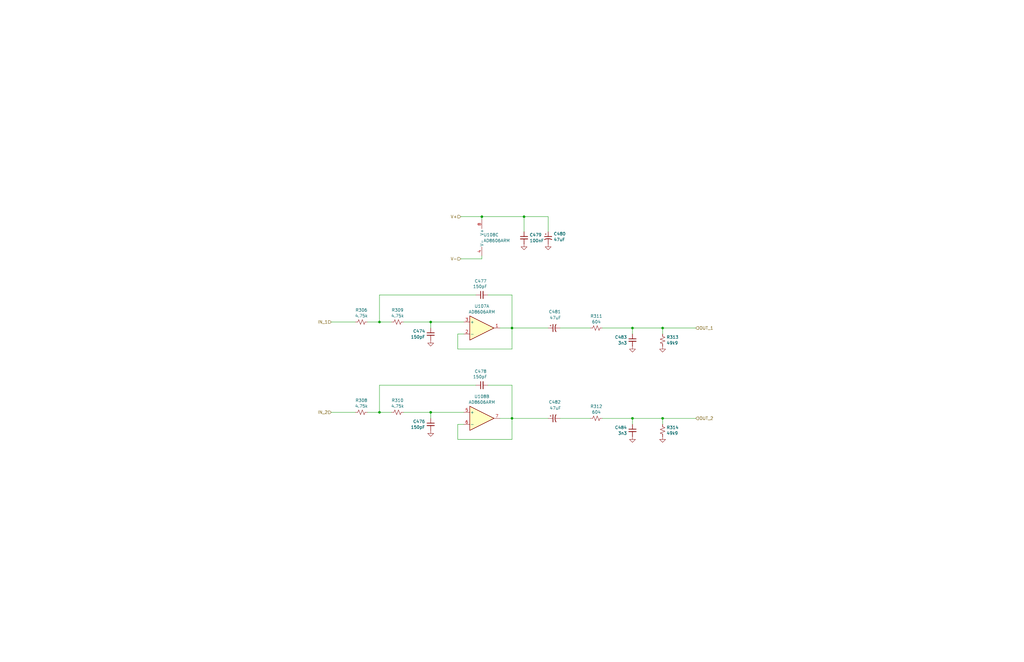
<source format=kicad_sch>
(kicad_sch (version 20250114) (generator "eeschema") (generator_version "9.0")
  (paper "B")
  (lib_symbols
    (symbol "Amplifier_Operational:AD8606ARM" (pin_names (offset 0.127))
      (property "Reference" "U" (at 0 5.08 0))
      (property "Value" "AD8606ARM" (at 0 -5.08 0))
      (symbol "AD8606ARM_1_1"
        (polyline (pts (xy -5.08 5.08) (xy 5.08 0) (xy -5.08 -5.08) (xy -5.08 5.08)) (stroke (width 0.254)) (fill (type background)))
        (pin input line (at -7.62 2.54 0) (length 2.54) (name "+") (number "3"))
        (pin input line (at -7.62 -2.54 0) (length 2.54) (name "-") (number "2"))
        (pin output line (at 7.62 0 180) (length 2.54) (name "~") (number "1"))
      )
      (symbol "AD8606ARM_2_1"
        (polyline (pts (xy -5.08 5.08) (xy 5.08 0) (xy -5.08 -5.08) (xy -5.08 5.08)) (stroke (width 0.254)) (fill (type background)))
        (pin input line (at -7.62 2.54 0) (length 2.54) (name "+") (number "5"))
        (pin input line (at -7.62 -2.54 0) (length 2.54) (name "-") (number "6"))
        (pin output line (at 7.62 0 180) (length 2.54) (name "~") (number "7"))
      )
      (symbol "AD8606ARM_3_1"
        (pin power_in line (at -2.54 7.62 270) (length 3.81) (name "V+") (number "8"))
        (pin power_in line (at -2.54 -7.62 90) (length 3.81) (name "V-") (number "4"))
      )
    )
    (symbol "Device:C_Polarized_Small_US" (pin_numbers (hide yes)) (pin_names (offset 0.254) (hide yes))
      (property "Reference" "C" (at 0.254 1.778 0))
      (property "Value" "C_Polarized_Small_US" (at 0.254 -2.032 0))
      (symbol "C_Polarized_Small_US_0_1"
        (polyline (pts (xy -1.524 0.508) (xy 1.524 0.508)) (stroke (width 0.3048)))
        (polyline (pts (xy -1.27 1.524) (xy -0.762 1.524)))
        (polyline (pts (xy -1.016 1.27) (xy -1.016 1.778)))
        (arc (start -1.524 -0.762) (mid 0 -0.3734) (end 1.524 -0.762) (stroke (width 0.3048)))
      )
      (symbol "C_Polarized_Small_US_1_1"
        (pin passive line (at 0 2.54 270) (length 2.032) (name "~") (number "1"))
        (pin passive line (at 0 -2.54 90) (length 2.032) (name "~") (number "2"))
      )
    )
    (symbol "Device:C_Small" (pin_numbers (hide yes)) (pin_names (offset 0.254) (hide yes))
      (property "Reference" "C" (at 0.254 1.778 0))
      (property "Value" "C_Small" (at 0.254 -2.032 0))
      (symbol "C_Small_0_1"
        (polyline (pts (xy -1.524 0.508) (xy 1.524 0.508)) (stroke (width 0.3048)))
        (polyline (pts (xy -1.524 -0.508) (xy 1.524 -0.508)) (stroke (width 0.3302)))
      )
      (symbol "C_Small_1_1"
        (pin passive line (at 0 2.54 270) (length 2.032) (name "~") (number "1"))
        (pin passive line (at 0 -2.54 90) (length 2.032) (name "~") (number "2"))
      )
    )
    (symbol "Device:R_Small_US" (pin_numbers (hide yes)) (pin_names (offset 0.254) (hide yes))
      (property "Reference" "R" (at 0.762 0.508 0))
      (property "Value" "R_Small_US" (at 0.762 -1.016 0))
      (symbol "R_Small_US_1_1"
        (polyline (pts (xy 0 1.524) (xy 1.016 1.143) (xy 0 0.762) (xy -1.016 0.381) (xy 0 0)))
        (polyline (pts (xy 0 0) (xy 1.016 -0.381) (xy 0 -0.762) (xy -1.016 -1.143) (xy 0 -1.524)))
        (pin passive line (at 0 2.54 270) (length 1.016) (name "~") (number "1"))
        (pin passive line (at 0 -2.54 90) (length 1.016) (name "~") (number "2"))
      )
    )
    (symbol "power:GND" (power) (pin_numbers (hide yes)) (pin_names (offset 0) (hide yes))
      (property "Value" "GND" (at 0 -3.81 0))
      (symbol "GND_0_1"
        (polyline (pts (xy 0 0) (xy 0 -1.27) (xy 1.27 -1.27) (xy 0 -2.54) (xy -1.27 -1.27) (xy 0 -1.27)))
      )
      (symbol "GND_1_1"
        (pin power_in line (at 0 0 270) (length 0) (name "~") (number "1"))
      )
    )
  )
  (junction (at 160.02 135.89))
  (junction (at 279.4 138.43))
  (junction (at 266.7 176.53))
  (junction (at 181.61 135.89))
  (junction (at 215.9 176.53))
  (junction (at 220.98 91.44))
  (junction (at 160.02 173.99))
  (junction (at 181.61 173.99))
  (junction (at 215.9 138.43))
  (junction (at 203.2 91.44))
  (junction (at 266.7 138.43))
  (junction (at 279.4 176.53))
  (wire (pts (xy 193.04 140.97) (xy 195.58 140.97)))
  (wire (pts (xy 165.1 135.89) (xy 160.02 135.89)))
  (wire (pts (xy 200.66 124.46) (xy 160.02 124.46)))
  (wire (pts (xy 215.9 185.42) (xy 193.04 185.42)))
  (wire (pts (xy 160.02 124.46) (xy 160.02 135.89)))
  (wire (pts (xy 279.4 138.43) (xy 293.37 138.43)))
  (wire (pts (xy 266.7 140.97) (xy 266.7 138.43)))
  (wire (pts (xy 266.7 179.07) (xy 266.7 176.53)))
  (wire (pts (xy 194.31 109.22) (xy 203.2 109.22)))
  (wire (pts (xy 193.04 179.07) (xy 195.58 179.07)))
  (wire (pts (xy 254 138.43) (xy 266.7 138.43)))
  (wire (pts (xy 254 176.53) (xy 266.7 176.53)))
  (wire (pts (xy 193.04 147.32) (xy 193.04 140.97)))
  (wire (pts (xy 181.61 176.53) (xy 181.61 173.99)))
  (wire (pts (xy 215.9 138.43) (xy 231.14 138.43)))
  (wire (pts (xy 181.61 173.99) (xy 195.58 173.99)))
  (wire (pts (xy 279.4 176.53) (xy 293.37 176.53)))
  (wire (pts (xy 215.9 162.56) (xy 215.9 176.53)))
  (wire (pts (xy 215.9 176.53) (xy 231.14 176.53)))
  (wire (pts (xy 236.22 176.53) (xy 248.92 176.53)))
  (wire (pts (xy 205.74 162.56) (xy 215.9 162.56)))
  (wire (pts (xy 181.61 138.43) (xy 181.61 135.89)))
  (wire (pts (xy 203.2 109.22) (xy 203.2 107.95)))
  (wire (pts (xy 215.9 124.46) (xy 215.9 138.43)))
  (wire (pts (xy 160.02 135.89) (xy 154.94 135.89)))
  (wire (pts (xy 215.9 176.53) (xy 215.9 185.42)))
  (wire (pts (xy 170.18 173.99) (xy 181.61 173.99)))
  (wire (pts (xy 203.2 91.44) (xy 220.98 91.44)))
  (wire (pts (xy 210.82 138.43) (xy 215.9 138.43)))
  (wire (pts (xy 181.61 135.89) (xy 195.58 135.89)))
  (wire (pts (xy 236.22 138.43) (xy 248.92 138.43)))
  (wire (pts (xy 231.14 91.44) (xy 220.98 91.44)))
  (wire (pts (xy 200.66 162.56) (xy 160.02 162.56)))
  (wire (pts (xy 194.31 91.44) (xy 203.2 91.44)))
  (wire (pts (xy 170.18 135.89) (xy 181.61 135.89)))
  (wire (pts (xy 279.4 140.97) (xy 279.4 138.43)))
  (wire (pts (xy 205.74 124.46) (xy 215.9 124.46)))
  (wire (pts (xy 220.98 91.44) (xy 220.98 97.79)))
  (wire (pts (xy 215.9 147.32) (xy 193.04 147.32)))
  (wire (pts (xy 203.2 91.44) (xy 203.2 92.71)))
  (wire (pts (xy 266.7 176.53) (xy 279.4 176.53)))
  (wire (pts (xy 210.82 176.53) (xy 215.9 176.53)))
  (wire (pts (xy 193.04 185.42) (xy 193.04 179.07)))
  (wire (pts (xy 139.7 173.99) (xy 149.86 173.99)))
  (wire (pts (xy 139.7 135.89) (xy 149.86 135.89)))
  (wire (pts (xy 160.02 173.99) (xy 154.94 173.99)))
  (wire (pts (xy 160.02 162.56) (xy 160.02 173.99)))
  (wire (pts (xy 215.9 138.43) (xy 215.9 147.32)))
  (wire (pts (xy 165.1 173.99) (xy 160.02 173.99)))
  (wire (pts (xy 266.7 138.43) (xy 279.4 138.43)))
  (wire (pts (xy 231.14 91.44) (xy 231.14 97.79)))
  (wire (pts (xy 279.4 179.07) (xy 279.4 176.53)))
  (hierarchical_label "V-" (shape input) (at 194.31 109.22 180))
  (hierarchical_label "V+" (shape input) (at 194.31 91.44 180))
  (hierarchical_label "IN_2" (shape input) (at 139.7 173.99 180))
  (hierarchical_label "OUT_2" (shape input) (at 293.37 176.53 0))
  (hierarchical_label "IN_1" (shape input) (at 139.7 135.89 180))
  (hierarchical_label "OUT_1" (shape input) (at 293.37 138.43 0))
  (symbol (lib_id "Device:C_Polarized_Small_US") (at 233.68 176.53 90) (mirror x) (unit 1)
    (property "Reference" "C482" (at 233.934 169.672 90))
    (property "Value" "47uF" (at 234.188 172.212 90))
    (property "Description" "Polarized capacitor, small US symbol" (effects (hide yes)))
    (instances (project "PilotAudioPanel" (path "" (reference "C482") (unit 1)) (path "" (reference "C470") (unit 1)) (path "" (reference "C559") (unit 1)) (path "" (reference "C558") (unit 1)) (path "" (reference "C517") (unit 1)) (path "" (reference "C516") (unit 1))))
  )
  (symbol (lib_id "Device:R_Small_US") (at 167.64 173.99 90) (unit 1)
    (property "Reference" "R310" (at 167.64 168.9565 90))
    (property "Value" "4.75k" (at 167.64 171.3808 90))
    (property "Description" "Resistor, small US symbol" (effects (hide yes)))
    (instances (project "PilotAudioPanel" (path "" (reference "R310") (unit 1)) (path "" (reference "R303") (unit 1)) (path "" (reference "R351") (unit 1)) (path "" (reference "R350") (unit 1)) (path "" (reference "R328") (unit 1)) (path "" (reference "R327") (unit 1))))
  )
  (symbol (lib_id "Device:R_Small_US") (at 167.64 135.89 90) (unit 1)
    (property "Reference" "R309" (at 167.64 130.8565 90))
    (property "Value" "4.75k" (at 167.64 133.2808 90))
    (property "Description" "Resistor, small US symbol" (effects (hide yes)))
    (instances (project "PilotAudioPanel" (path "" (reference "R309") (unit 1)) (path "" (reference "R299") (unit 1)) (path "" (reference "R348") (unit 1)) (path "" (reference "R349") (unit 1)) (path "" (reference "R325") (unit 1)) (path "" (reference "R326") (unit 1))))
  )
  (symbol (lib_id "power:GND") (at 181.61 143.51 0) (unit 1)
    (property "Reference" "#PWR0635" (effects (hide yes)))
    (property "Value" "GND" (effects (hide yes)))
    (property "Description" "Power symbol creates a global label with name \"GND\" , ground" (effects (hide yes)))
    (instances (project "PilotAudioPanel" (path "" (reference "#PWR0635") (unit 1)) (path "" (reference "#PWR0626") (unit 1)) (path "" (reference "#PWR0712") (unit 1)) (path "" (reference "#PWR0713") (unit 1)) (path "" (reference "#PWR0670") (unit 1)) (path "" (reference "#PWR0671") (unit 1))))
  )
  (symbol (lib_id "Device:C_Small") (at 203.2 124.46 90) (mirror x) (unit 1)
    (property "Reference" "C477" (at 205.232 118.618 90) (effects (justify left)))
    (property "Value" "150pF" (at 205.486 120.904 90) (effects (justify left)))
    (property "Description" "Unpolarized capacitor, small symbol" (effects (hide yes)))
    (instances (project "PilotAudioPanel" (path "" (reference "C477") (unit 1)) (path "" (reference "C465") (unit 1)) (path "" (reference "C548") (unit 1)) (path "" (reference "C549") (unit 1)) (path "" (reference "C506") (unit 1)) (path "" (reference "C507") (unit 1))))
  )
  (symbol (lib_id "Amplifier_Operational:AD8606ARM") (at 203.2 176.53 0) (unit 2)
    (property "Reference" "U108" (at 203.2 167.3055 0))
    (property "Value" "AD8606ARM" (at 203.2 169.7298 0))
    (property "Footprint" "Package_SO:MSOP-8_3x3mm_P0.65mm" (effects (hide yes)))
    (property "Datasheet" "https://www.analog.com/media/en/technical-documentation/data-sheets/AD8605_8606_8608.pdf" (effects (hide yes)))
    (property "Description" "Dual Precision Low Noise, Low Input Bias Current, Wide Bandwidth Operational Amplifiers, MSOP-8" (effects (hide yes)))
    (instances (project "PilotAudioPanel" (path "" (reference "U108") (unit 2)) (path "" (reference "U107") (unit 2)) (path "" (reference "U116") (unit 2)) (path "" (reference "U117") (unit 2)) (path "" (reference "U111") (unit 2)) (path "" (reference "U112") (unit 2))))
  )
  (symbol (lib_id "Device:C_Small") (at 266.7 143.51 0) (mirror y) (unit 1)
    (property "Reference" "C483" (at 264.3759 142.3041 0) (effects (justify left)))
    (property "Value" "3n3" (at 264.3759 144.7284 0) (effects (justify left)))
    (property "Description" "Unpolarized capacitor, small symbol" (effects (hide yes)))
    (instances (project "PilotAudioPanel" (path "" (reference "C483") (unit 1)) (path "" (reference "C467") (unit 1)) (path "" (reference "C561") (unit 1)) (path "" (reference "C560") (unit 1)) (path "" (reference "C519") (unit 1)) (path "" (reference "C518") (unit 1))))
  )
  (symbol (lib_id "Amplifier_Operational:AD8606ARM") (at 205.74 100.33 0) (unit 3)
    (property "Reference" "U108" (at 203.835 99.1178 0) (effects (justify left)))
    (property "Value" "AD8606ARM" (at 203.835 101.5421 0) (effects (justify left)))
    (property "Footprint" "Package_SO:MSOP-8_3x3mm_P0.65mm" (effects (hide yes)))
    (property "Datasheet" "https://www.analog.com/media/en/technical-documentation/data-sheets/AD8605_8606_8608.pdf" (effects (hide yes)))
    (property "Description" "Dual Precision Low Noise, Low Input Bias Current, Wide Bandwidth Operational Amplifiers, MSOP-8" (effects (hide yes)))
    (instances (project "PilotAudioPanel" (path "" (reference "U108") (unit 3)) (path "" (reference "U109") (unit 3)) (path "" (reference "U117") (unit 3)) (path "" (reference "U118") (unit 3)) (path "" (reference "U112") (unit 3)) (path "" (reference "U113") (unit 3))))
  )
  (symbol (lib_id "Device:R_Small_US") (at 152.4 173.99 90) (unit 1)
    (property "Reference" "R308" (at 152.4 168.9565 90))
    (property "Value" "4.75k" (at 152.4 171.3808 90))
    (property "Description" "Resistor, small US symbol" (effects (hide yes)))
    (instances (project "PilotAudioPanel" (path "" (reference "R308") (unit 1)) (path "" (reference "R302") (unit 1)) (path "" (reference "R346") (unit 1)) (path "" (reference "R347") (unit 1)) (path "" (reference "R323") (unit 1)) (path "" (reference "R324") (unit 1))))
  )
  (symbol (lib_id "Device:C_Small") (at 203.2 162.56 90) (mirror x) (unit 1)
    (property "Reference" "C478" (at 205.232 156.718 90) (effects (justify left)))
    (property "Value" "150pF" (at 205.486 159.004 90) (effects (justify left)))
    (property "Description" "Unpolarized capacitor, small symbol" (effects (hide yes)))
    (instances (project "PilotAudioPanel" (path "" (reference "C478") (unit 1)) (path "" (reference "C469") (unit 1)) (path "" (reference "C550") (unit 1)) (path "" (reference "C551") (unit 1)) (path "" (reference "C508") (unit 1)) (path "" (reference "C509") (unit 1))))
  )
  (symbol (lib_id "power:GND") (at 231.14 102.87 0) (unit 1)
    (property "Reference" "#PWR0638" (effects (hide yes)))
    (property "Value" "GND" (effects (hide yes)))
    (property "Description" "Power symbol creates a global label with name \"GND\" , ground" (effects (hide yes)))
    (instances (project "PilotAudioPanel" (path "" (reference "#PWR0638") (unit 1)) (path "" (reference "#PWR0634") (unit 1)) (path "" (reference "#PWR0718") (unit 1)) (path "" (reference "#PWR0719") (unit 1)) (path "" (reference "#PWR0676") (unit 1)) (path "" (reference "#PWR0677") (unit 1))))
  )
  (symbol (lib_id "power:GND") (at 220.98 102.87 0) (unit 1)
    (property "Reference" "#PWR0637" (effects (hide yes)))
    (property "Value" "GND" (effects (hide yes)))
    (property "Description" "Power symbol creates a global label with name \"GND\" , ground" (effects (hide yes)))
    (instances (project "PilotAudioPanel" (path "" (reference "#PWR0637") (unit 1)) (path "" (reference "#PWR0633") (unit 1)) (path "" (reference "#PWR0716") (unit 1)) (path "" (reference "#PWR0717") (unit 1)) (path "" (reference "#PWR0674") (unit 1)) (path "" (reference "#PWR0675") (unit 1))))
  )
  (symbol (lib_id "Device:R_Small_US") (at 279.4 181.61 180) (unit 1)
    (property "Reference" "R314" (at 281.051 180.3978 0) (effects (justify right)))
    (property "Value" "49k9" (at 281.051 182.8221 0) (effects (justify right)))
    (property "Description" "Resistor, small US symbol" (effects (hide yes)))
    (instances (project "PilotAudioPanel" (path "" (reference "R314") (unit 1)) (path "" (reference "R305") (unit 1)) (path "" (reference "R359") (unit 1)) (path "" (reference "R358") (unit 1)) (path "" (reference "R336") (unit 1)) (path "" (reference "R335") (unit 1))))
  )
  (symbol (lib_id "Device:R_Small_US") (at 251.46 176.53 90) (unit 1)
    (property "Reference" "R312" (at 251.46 171.4965 90))
    (property "Value" "604" (at 251.46 173.9208 90))
    (property "Description" "Resistor, small US symbol" (effects (hide yes)))
    (instances (project "PilotAudioPanel" (path "" (reference "R312") (unit 1)) (path "" (reference "R304") (unit 1)) (path "" (reference "R354") (unit 1)) (path "" (reference "R355") (unit 1)) (path "" (reference "R331") (unit 1)) (path "" (reference "R332") (unit 1))))
  )
  (symbol (lib_id "Device:C_Polarized_Small_US") (at 233.68 138.43 90) (mirror x) (unit 1)
    (property "Reference" "C481" (at 233.934 131.572 90))
    (property "Value" "47uF" (at 234.188 134.112 90))
    (property "Description" "Polarized capacitor, small US symbol" (effects (hide yes)))
    (instances (project "PilotAudioPanel" (path "" (reference "C481") (unit 1)) (path "" (reference "C466") (unit 1)) (path "" (reference "C556") (unit 1)) (path "" (reference "C557") (unit 1)) (path "" (reference "C514") (unit 1)) (path "" (reference "C515") (unit 1))))
  )
  (symbol (lib_id "Device:C_Small") (at 181.61 140.97 0) (mirror y) (unit 1)
    (property "Reference" "C474" (at 179.2859 139.7641 0) (effects (justify left)))
    (property "Value" "150pF" (at 179.2859 142.1884 0) (effects (justify left)))
    (property "Description" "Unpolarized capacitor, small symbol" (effects (hide yes)))
    (instances (project "PilotAudioPanel" (path "" (reference "C474") (unit 1)) (path "" (reference "C475") (unit 1)) (path "" (reference "C545") (unit 1)) (path "" (reference "C544") (unit 1)) (path "" (reference "C503") (unit 1)) (path "" (reference "C502") (unit 1))))
  )
  (symbol (lib_id "power:GND") (at 279.4 184.15 0) (unit 1)
    (property "Reference" "#PWR0643" (effects (hide yes)))
    (property "Value" "GND" (effects (hide yes)))
    (property "Description" "Power symbol creates a global label with name \"GND\" , ground" (effects (hide yes)))
    (instances (project "PilotAudioPanel" (path "" (reference "#PWR0643") (unit 1)) (path "" (reference "#PWR0631") (unit 1)) (path "" (reference "#PWR0726") (unit 1)) (path "" (reference "#PWR0727") (unit 1)) (path "" (reference "#PWR0684") (unit 1)) (path "" (reference "#PWR0685") (unit 1))))
  )
  (symbol (lib_id "Amplifier_Operational:AD8606ARM") (at 203.2 138.43 0) (unit 1)
    (property "Reference" "U107" (at 203.2 129.2055 0))
    (property "Value" "AD8606ARM" (at 203.2 131.6298 0))
    (property "Footprint" "Package_SO:MSOP-8_3x3mm_P0.65mm" (effects (hide yes)))
    (property "Datasheet" "https://www.analog.com/media/en/technical-documentation/data-sheets/AD8605_8606_8608.pdf" (effects (hide yes)))
    (property "Description" "Dual Precision Low Noise, Low Input Bias Current, Wide Bandwidth Operational Amplifiers, MSOP-8" (effects (hide yes)))
    (instances (project "PilotAudioPanel" (path "" (reference "U107") (unit 1)) (path "" (reference "U106") (unit 1)) (path "" (reference "U115") (unit 1)) (path "" (reference "U116") (unit 1)) (path "" (reference "U110") (unit 1)) (path "" (reference "U111") (unit 1))))
  )
  (symbol (lib_id "power:GND") (at 181.61 181.61 0) (unit 1)
    (property "Reference" "#PWR0636" (effects (hide yes)))
    (property "Value" "GND" (effects (hide yes)))
    (property "Description" "Power symbol creates a global label with name \"GND\" , ground" (effects (hide yes)))
    (instances (project "PilotAudioPanel" (path "" (reference "#PWR0636") (unit 1)) (path "" (reference "#PWR0629") (unit 1)) (path "" (reference "#PWR0715") (unit 1)) (path "" (reference "#PWR0714") (unit 1)) (path "" (reference "#PWR0673") (unit 1)) (path "" (reference "#PWR0672") (unit 1))))
  )
  (symbol (lib_id "Device:R_Small_US") (at 152.4 135.89 90) (unit 1)
    (property "Reference" "R306" (at 152.4 130.8565 90))
    (property "Value" "4.75k" (at 152.4 133.2808 90))
    (property "Description" "Resistor, small US symbol" (effects (hide yes)))
    (instances (project "PilotAudioPanel" (path "" (reference "R306") (unit 1)) (path "" (reference "R307") (unit 1)) (path "" (reference "R345") (unit 1)) (path "" (reference "R344") (unit 1)) (path "" (reference "R322") (unit 1)) (path "" (reference "R321") (unit 1))))
  )
  (symbol (lib_id "Device:C_Small") (at 220.98 100.33 0) (unit 1)
    (property "Reference" "C479" (at 223.3041 99.1241 0) (effects (justify left)))
    (property "Value" "100nF" (at 223.3041 101.5484 0) (effects (justify left)))
    (property "Description" "Unpolarized capacitor, small symbol" (effects (hide yes)))
    (instances (project "PilotAudioPanel" (path "" (reference "C479") (unit 1)) (path "" (reference "C472") (unit 1)) (path "" (reference "C552") (unit 1)) (path "" (reference "C553") (unit 1)) (path "" (reference "C510") (unit 1)) (path "" (reference "C511") (unit 1))))
  )
  (symbol (lib_id "Device:R_Small_US") (at 251.46 138.43 90) (unit 1)
    (property "Reference" "R311" (at 251.46 133.3965 90))
    (property "Value" "604" (at 251.46 135.8208 90))
    (property "Description" "Resistor, small US symbol" (effects (hide yes)))
    (instances (project "PilotAudioPanel" (path "" (reference "R311") (unit 1)) (path "" (reference "R300") (unit 1)) (path "" (reference "R352") (unit 1)) (path "" (reference "R353") (unit 1)) (path "" (reference "R329") (unit 1)) (path "" (reference "R330") (unit 1))))
  )
  (symbol (lib_id "Device:C_Small") (at 266.7 181.61 0) (mirror y) (unit 1)
    (property "Reference" "C484" (at 264.3759 180.4041 0) (effects (justify left)))
    (property "Value" "3n3" (at 264.3759 182.8284 0) (effects (justify left)))
    (property "Description" "Unpolarized capacitor, small symbol" (effects (hide yes)))
    (instances (project "PilotAudioPanel" (path "" (reference "C484") (unit 1)) (path "" (reference "C471") (unit 1)) (path "" (reference "C563") (unit 1)) (path "" (reference "C562") (unit 1)) (path "" (reference "C521") (unit 1)) (path "" (reference "C520") (unit 1))))
  )
  (symbol (lib_id "power:GND") (at 266.7 184.15 0) (unit 1)
    (property "Reference" "#PWR0641" (effects (hide yes)))
    (property "Value" "GND" (effects (hide yes)))
    (property "Description" "Power symbol creates a global label with name \"GND\" , ground" (effects (hide yes)))
    (instances (project "PilotAudioPanel" (path "" (reference "#PWR0641") (unit 1)) (path "" (reference "#PWR0630") (unit 1)) (path "" (reference "#PWR0723") (unit 1)) (path "" (reference "#PWR0722") (unit 1)) (path "" (reference "#PWR0681") (unit 1)) (path "" (reference "#PWR0680") (unit 1))))
  )
  (symbol (lib_id "Device:C_Small") (at 181.61 179.07 0) (mirror y) (unit 1)
    (property "Reference" "C476" (at 179.2859 177.8641 0) (effects (justify left)))
    (property "Value" "150pF" (at 179.2859 180.2884 0) (effects (justify left)))
    (property "Description" "Unpolarized capacitor, small symbol" (effects (hide yes)))
    (instances (project "PilotAudioPanel" (path "" (reference "C476") (unit 1)) (path "" (reference "C468") (unit 1)) (path "" (reference "C546") (unit 1)) (path "" (reference "C547") (unit 1)) (path "" (reference "C504") (unit 1)) (path "" (reference "C505") (unit 1))))
  )
  (symbol (lib_id "Device:R_Small_US") (at 279.4 143.51 180) (unit 1)
    (property "Reference" "R313" (at 281.051 142.2978 0) (effects (justify right)))
    (property "Value" "49k9" (at 281.051 144.7221 0) (effects (justify right)))
    (property "Description" "Resistor, small US symbol" (effects (hide yes)))
    (instances (project "PilotAudioPanel" (path "" (reference "R313") (unit 1)) (path "" (reference "R301") (unit 1)) (path "" (reference "R356") (unit 1)) (path "" (reference "R357") (unit 1)) (path "" (reference "R333") (unit 1)) (path "" (reference "R334") (unit 1))))
  )
  (symbol (lib_id "power:GND") (at 279.4 146.05 0) (unit 1)
    (property "Reference" "#PWR0642" (effects (hide yes)))
    (property "Value" "GND" (effects (hide yes)))
    (property "Description" "Power symbol creates a global label with name \"GND\" , ground" (effects (hide yes)))
    (instances (project "PilotAudioPanel" (path "" (reference "#PWR0642") (unit 1)) (path "" (reference "#PWR0628") (unit 1)) (path "" (reference "#PWR0724") (unit 1)) (path "" (reference "#PWR0725") (unit 1)) (path "" (reference "#PWR0682") (unit 1)) (path "" (reference "#PWR0683") (unit 1))))
  )
  (symbol (lib_id "power:GND") (at 266.7 146.05 0) (unit 1)
    (property "Reference" "#PWR0640" (effects (hide yes)))
    (property "Value" "GND" (effects (hide yes)))
    (property "Description" "Power symbol creates a global label with name \"GND\" , ground" (effects (hide yes)))
    (instances (project "PilotAudioPanel" (path "" (reference "#PWR0640") (unit 1)) (path "" (reference "#PWR0627") (unit 1)) (path "" (reference "#PWR0720") (unit 1)) (path "" (reference "#PWR0721") (unit 1)) (path "" (reference "#PWR0678") (unit 1)) (path "" (reference "#PWR0679") (unit 1))))
  )
  (symbol (lib_id "Device:C_Polarized_Small_US") (at 231.14 100.33 0) (unit 1)
    (property "Reference" "C480" (at 233.4514 98.686 0) (effects (justify left)))
    (property "Value" "47uF" (at 233.4514 101.1103 0) (effects (justify left)))
    (property "Description" "Polarized capacitor, small US symbol" (effects (hide yes)))
    (instances (project "PilotAudioPanel" (path "" (reference "C480") (unit 1)) (path "" (reference "C473") (unit 1)) (path "" (reference "C554") (unit 1)) (path "" (reference "C555") (unit 1)) (path "" (reference "C512") (unit 1)) (path "" (reference "C513") (unit 1))))
  )
)
</source>
